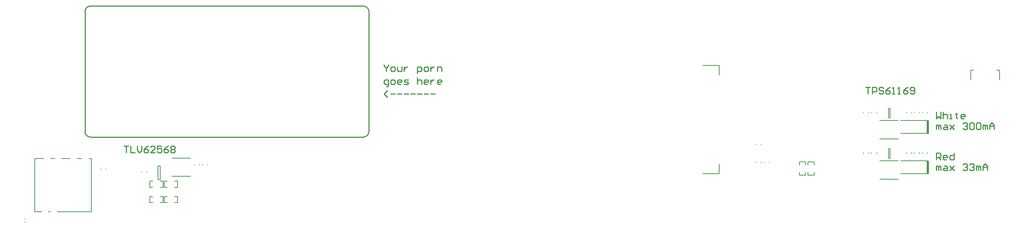
<source format=gto>
G04 Layer_Color=65535*
%FSLAX25Y25*%
%MOIN*%
G70*
G01*
G75*
%ADD29C,0.00787*%
%ADD39C,0.01000*%
%ADD40C,0.00700*%
%ADD41R,0.02000X0.12400*%
D29*
X822638Y63583D02*
Y72244D01*
X823819Y63583D02*
Y72244D01*
X822638D02*
X823819D01*
X822638Y63583D02*
X823819Y63583D01*
X814665Y44685D02*
X831201D01*
X814665Y61221D02*
X831201D01*
X845669Y68110D02*
Y68504D01*
X850394Y68110D02*
Y68504D01*
X838583Y68110D02*
Y68504D01*
X843307Y68110D02*
Y68504D01*
X800000Y68110D02*
Y68504D01*
X804724Y68110D02*
Y68504D01*
X807087Y68110D02*
Y68504D01*
X811811Y68110D02*
Y68504D01*
X852756Y68110D02*
Y68504D01*
X857480Y68110D02*
Y68504D01*
X852756Y104528D02*
Y104921D01*
X857480Y104527D02*
Y104921D01*
X807087Y104527D02*
Y104921D01*
X811811Y104527D02*
Y104921D01*
X800000Y104527D02*
Y104921D01*
X804724Y104527D02*
Y104921D01*
X838583Y104527D02*
Y104921D01*
X843307Y104527D02*
Y104921D01*
X845669Y104527D02*
Y104921D01*
X850394Y104527D02*
Y104921D01*
X814665Y81102D02*
X831201D01*
X814665Y97638D02*
X831201D01*
X715354Y60039D02*
Y60433D01*
X710630Y60039D02*
Y60433D01*
X707480Y60039D02*
Y60433D01*
X702756Y60039D02*
Y60433D01*
X177067Y63779D02*
X193602D01*
X177067Y47244D02*
X193602D01*
X164370Y44291D02*
Y56496D01*
X166339Y44291D02*
Y56496D01*
X164370D02*
X166339D01*
X164370Y44291D02*
X166339D01*
X822638Y100000D02*
Y108661D01*
X823819Y100000D02*
Y108661D01*
X822638D02*
X823819D01*
X822638Y100000D02*
X823819Y100000D01*
X707480Y75984D02*
Y76378D01*
X702756Y75984D02*
Y76378D01*
X896457Y142913D02*
X898819D01*
X896457Y134252D02*
Y142913D01*
X920079D02*
X922441D01*
Y134252D02*
Y142913D01*
X65748Y15354D02*
X67323D01*
X53150D02*
X59449D01*
X53150D02*
Y63386D01*
X61417D01*
X67716D02*
X71260D01*
X77559D02*
X85039D01*
X91732D02*
X95669D01*
X102362D02*
X104331D01*
Y60630D02*
Y63386D01*
Y15354D02*
Y60630D01*
X73622Y15354D02*
X104331D01*
X154331Y51378D02*
Y51772D01*
X149606Y51378D02*
Y51772D01*
X204331Y57677D02*
Y58071D01*
X209055Y57677D02*
Y58071D01*
X196850Y57677D02*
Y58071D01*
X201575Y57677D02*
Y58071D01*
X44291Y5906D02*
X44685D01*
X44291Y9055D02*
X44685D01*
X670079Y49606D02*
Y56299D01*
X656693Y49606D02*
X670079D01*
X655118D02*
X656693D01*
X670079Y56299D02*
Y58268D01*
Y138583D02*
Y140551D01*
X655118Y147244D02*
X656693D01*
X670079D01*
Y140551D02*
Y147244D01*
X117323Y53937D02*
Y54331D01*
X112598Y53937D02*
Y54331D01*
D39*
X103425Y200787D02*
G03*
X98425Y195787I0J-5000D01*
G01*
Y87677D02*
G03*
X103425Y82677I5000J0D01*
G01*
X349331D02*
G03*
X354331Y87677I0J5000D01*
G01*
Y195787D02*
G03*
X349331Y200787I-5000J0D01*
G01*
X103425D02*
X297244D01*
X98425Y87677D02*
Y195787D01*
X103425Y82677D02*
X349331D01*
X354331Y87677D02*
Y195787D01*
X297244Y200787D02*
X349331D01*
X865748Y62354D02*
Y68352D01*
X868747D01*
X869747Y67352D01*
Y65353D01*
X868747Y64353D01*
X865748D01*
X867747D02*
X869747Y62354D01*
X874745D02*
X872746D01*
X871746Y63353D01*
Y65353D01*
X872746Y66352D01*
X874745D01*
X875745Y65353D01*
Y64353D01*
X871746D01*
X881743Y68352D02*
Y62354D01*
X878744D01*
X877744Y63353D01*
Y65353D01*
X878744Y66352D01*
X881743D01*
X865748Y52756D02*
Y56755D01*
X866748D01*
X867747Y55755D01*
Y52756D01*
Y55755D01*
X868747Y56755D01*
X869747Y55755D01*
Y52756D01*
X872746Y56755D02*
X874745D01*
X875745Y55755D01*
Y52756D01*
X872746D01*
X871746Y53756D01*
X872746Y54755D01*
X875745D01*
X877744Y56755D02*
X881743Y52756D01*
X879743Y54755D01*
X881743Y56755D01*
X877744Y52756D01*
X889740Y57754D02*
X890740Y58754D01*
X892739D01*
X893739Y57754D01*
Y56755D01*
X892739Y55755D01*
X891740D01*
X892739D01*
X893739Y54755D01*
Y53756D01*
X892739Y52756D01*
X890740D01*
X889740Y53756D01*
X895738Y57754D02*
X896738Y58754D01*
X898737D01*
X899737Y57754D01*
Y56755D01*
X898737Y55755D01*
X897738D01*
X898737D01*
X899737Y54755D01*
Y53756D01*
X898737Y52756D01*
X896738D01*
X895738Y53756D01*
X901736Y52756D02*
Y56755D01*
X902736D01*
X903736Y55755D01*
Y52756D01*
Y55755D01*
X904735Y56755D01*
X905735Y55755D01*
Y52756D01*
X907734D02*
Y56755D01*
X909734Y58754D01*
X911733Y56755D01*
Y52756D01*
Y55755D01*
X907734D01*
X865748Y105359D02*
Y99361D01*
X867747Y101361D01*
X869747Y99361D01*
Y105359D01*
X871746D02*
Y99361D01*
Y102360D01*
X872746Y103360D01*
X874745D01*
X875745Y102360D01*
Y99361D01*
X877744D02*
X879743D01*
X878744D01*
Y103360D01*
X877744D01*
X883742Y104360D02*
Y103360D01*
X882743D01*
X884742D01*
X883742D01*
Y100361D01*
X884742Y99361D01*
X890740D02*
X888741D01*
X887741Y100361D01*
Y102360D01*
X888741Y103360D01*
X890740D01*
X891740Y102360D01*
Y101361D01*
X887741D01*
X865748Y89764D02*
Y93762D01*
X866748D01*
X867747Y92763D01*
Y89764D01*
Y92763D01*
X868747Y93762D01*
X869747Y92763D01*
Y89764D01*
X872746Y93762D02*
X874745D01*
X875745Y92763D01*
Y89764D01*
X872746D01*
X871746Y90763D01*
X872746Y91763D01*
X875745D01*
X877744Y93762D02*
X881743Y89764D01*
X879743Y91763D01*
X881743Y93762D01*
X877744Y89764D01*
X889740Y94762D02*
X890740Y95762D01*
X892739D01*
X893739Y94762D01*
Y93762D01*
X892739Y92763D01*
X891740D01*
X892739D01*
X893739Y91763D01*
Y90763D01*
X892739Y89764D01*
X890740D01*
X889740Y90763D01*
X895738Y94762D02*
X896738Y95762D01*
X898737D01*
X899737Y94762D01*
Y90763D01*
X898737Y89764D01*
X896738D01*
X895738Y90763D01*
Y94762D01*
X901736D02*
X902736Y95762D01*
X904735D01*
X905735Y94762D01*
Y90763D01*
X904735Y89764D01*
X902736D01*
X901736Y90763D01*
Y94762D01*
X907734Y89764D02*
Y93762D01*
X908734D01*
X909734Y92763D01*
Y89764D01*
Y92763D01*
X910733Y93762D01*
X911733Y92763D01*
Y89764D01*
X913733D02*
Y93762D01*
X915732Y95762D01*
X917731Y93762D01*
Y89764D01*
Y92763D01*
X913733D01*
X367929Y147909D02*
Y146909D01*
X369929Y144910D01*
X371928Y146909D01*
Y147909D01*
X369929Y144910D02*
Y141911D01*
X374927D02*
X376926D01*
X377926Y142910D01*
Y144910D01*
X376926Y145909D01*
X374927D01*
X373927Y144910D01*
Y142910D01*
X374927Y141911D01*
X379925Y145909D02*
Y142910D01*
X380925Y141911D01*
X383924D01*
Y145909D01*
X385923D02*
Y141911D01*
Y143910D01*
X386923Y144910D01*
X387923Y145909D01*
X388922D01*
X397919Y139911D02*
Y145909D01*
X400918D01*
X401918Y144910D01*
Y142910D01*
X400918Y141911D01*
X397919D01*
X404917D02*
X406917D01*
X407916Y142910D01*
Y144910D01*
X406917Y145909D01*
X404917D01*
X403918Y144910D01*
Y142910D01*
X404917Y141911D01*
X409915Y145909D02*
Y141911D01*
Y143910D01*
X410915Y144910D01*
X411915Y145909D01*
X412915D01*
X415914Y141911D02*
Y145909D01*
X418913D01*
X419912Y144910D01*
Y141911D01*
X369929Y128314D02*
X370928D01*
X371928Y129314D01*
Y134312D01*
X368929D01*
X367929Y133313D01*
Y131313D01*
X368929Y130314D01*
X371928D01*
X374927D02*
X376926D01*
X377926Y131313D01*
Y133313D01*
X376926Y134312D01*
X374927D01*
X373927Y133313D01*
Y131313D01*
X374927Y130314D01*
X382924D02*
X380925D01*
X379925Y131313D01*
Y133313D01*
X380925Y134312D01*
X382924D01*
X383924Y133313D01*
Y132313D01*
X379925D01*
X385923Y130314D02*
X388922D01*
X389922Y131313D01*
X388922Y132313D01*
X386923D01*
X385923Y133313D01*
X386923Y134312D01*
X389922D01*
X397919Y136312D02*
Y130314D01*
Y133313D01*
X398919Y134312D01*
X400918D01*
X401918Y133313D01*
Y130314D01*
X406917D02*
X404917D01*
X403918Y131313D01*
Y133313D01*
X404917Y134312D01*
X406917D01*
X407916Y133313D01*
Y132313D01*
X403918D01*
X409915Y134312D02*
Y130314D01*
Y132313D01*
X410915Y133313D01*
X411915Y134312D01*
X412915D01*
X418913Y130314D02*
X416913D01*
X415914Y131313D01*
Y133313D01*
X416913Y134312D01*
X418913D01*
X419912Y133313D01*
Y132313D01*
X415914D01*
X370928Y118717D02*
X367929Y121716D01*
X370928Y124715D01*
X373927Y121716D02*
X377926D01*
X379925D02*
X383924D01*
X385923D02*
X389922D01*
X391921D02*
X395920D01*
X397919D02*
X401918D01*
X403918D02*
X407916D01*
X409915D02*
X413914D01*
X133465Y74502D02*
X137463D01*
X135464D01*
Y68504D01*
X139463Y74502D02*
Y68504D01*
X143461D01*
X145461Y74502D02*
Y70503D01*
X147460Y68504D01*
X149459Y70503D01*
Y74502D01*
X155457D02*
X153458Y73502D01*
X151459Y71503D01*
Y69504D01*
X152458Y68504D01*
X154458D01*
X155457Y69504D01*
Y70503D01*
X154458Y71503D01*
X151459D01*
X161456Y68504D02*
X157457D01*
X161456Y72503D01*
Y73502D01*
X160456Y74502D01*
X158457D01*
X157457Y73502D01*
X167454Y74502D02*
X163455D01*
Y71503D01*
X165454Y72503D01*
X166454D01*
X167454Y71503D01*
Y69504D01*
X166454Y68504D01*
X164454D01*
X163455Y69504D01*
X173452Y74502D02*
X171452Y73502D01*
X169453Y71503D01*
Y69504D01*
X170453Y68504D01*
X172452D01*
X173452Y69504D01*
Y70503D01*
X172452Y71503D01*
X169453D01*
X175451Y73502D02*
X176451Y74502D01*
X178450D01*
X179450Y73502D01*
Y72503D01*
X178450Y71503D01*
X179450Y70503D01*
Y69504D01*
X178450Y68504D01*
X176451D01*
X175451Y69504D01*
Y70503D01*
X176451Y71503D01*
X175451Y72503D01*
Y73502D01*
X176451Y71503D02*
X178450D01*
X801968Y127652D02*
X805967D01*
X803968D01*
Y121653D01*
X807967D02*
Y127652D01*
X810966D01*
X811965Y126652D01*
Y124653D01*
X810966Y123653D01*
X807967D01*
X817963Y126652D02*
X816964Y127652D01*
X814964D01*
X813965Y126652D01*
Y125652D01*
X814964Y124653D01*
X816964D01*
X817963Y123653D01*
Y122653D01*
X816964Y121653D01*
X814964D01*
X813965Y122653D01*
X823961Y127652D02*
X821962Y126652D01*
X819963Y124653D01*
Y122653D01*
X820962Y121653D01*
X822962D01*
X823961Y122653D01*
Y123653D01*
X822962Y124653D01*
X819963D01*
X825961Y121653D02*
X827960D01*
X826960D01*
Y127652D01*
X825961Y126652D01*
X830959Y121653D02*
X832959D01*
X831959D01*
Y127652D01*
X830959Y126652D01*
X839956Y127652D02*
X837957Y126652D01*
X835958Y124653D01*
Y122653D01*
X836957Y121653D01*
X838957D01*
X839956Y122653D01*
Y123653D01*
X838957Y124653D01*
X835958D01*
X841956Y122653D02*
X842955Y121653D01*
X844955D01*
X845954Y122653D01*
Y126652D01*
X844955Y127652D01*
X842955D01*
X841956Y126652D01*
Y125652D01*
X842955Y124653D01*
X845954D01*
D40*
X755482Y57731D02*
Y60329D01*
X750036D02*
X755482D01*
X750036Y57731D02*
Y60329D01*
Y48333D02*
Y50931D01*
Y48333D02*
X755482D01*
Y50931D01*
X747609Y57731D02*
Y60329D01*
X742162D02*
X747609D01*
X742162Y57731D02*
Y60329D01*
Y48333D02*
Y50931D01*
Y48333D02*
X747609D01*
Y50931D01*
X833488Y61165D02*
X857588D01*
X833488Y49465D02*
X857588D01*
X833488Y97582D02*
X857588D01*
X833488Y85882D02*
X857588D01*
X179384Y23651D02*
X181983D01*
Y29098D01*
X179384D02*
X181983D01*
X169986D02*
X172584D01*
X169986Y23651D02*
Y29098D01*
Y23651D02*
X172584D01*
X166392D02*
X168990D01*
Y29098D01*
X166392D02*
X168990D01*
X156994D02*
X159592D01*
X156994Y23651D02*
Y29098D01*
Y23651D02*
X159592D01*
X166392Y37431D02*
X168990D01*
Y42878D01*
X166392D02*
X168990D01*
X156994D02*
X159592D01*
X156994Y37431D02*
Y42878D01*
Y37431D02*
X159592D01*
X179384D02*
X181983D01*
Y42878D01*
X179384D02*
X181983D01*
X169986D02*
X172584D01*
X169986Y37431D02*
Y42878D01*
Y37431D02*
X172584D01*
D41*
X857888Y55315D02*
D03*
X857888Y91732D02*
D03*
M02*

</source>
